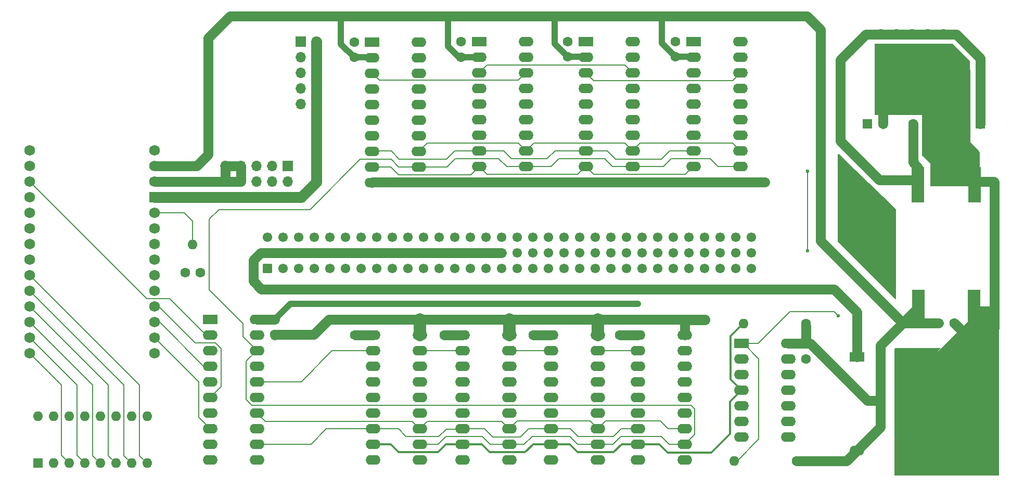
<source format=gbr>
%TF.GenerationSoftware,KiCad,Pcbnew,8.0.8*%
%TF.CreationDate,2025-04-22T20:57:00-07:00*%
%TF.ProjectId,logic,6c6f6769-632e-46b6-9963-61645f706362,rev?*%
%TF.SameCoordinates,Original*%
%TF.FileFunction,Copper,L1,Top*%
%TF.FilePolarity,Positive*%
%FSLAX46Y46*%
G04 Gerber Fmt 4.6, Leading zero omitted, Abs format (unit mm)*
G04 Created by KiCad (PCBNEW 8.0.8) date 2025-04-22 20:57:00*
%MOMM*%
%LPD*%
G01*
G04 APERTURE LIST*
G04 Aperture macros list*
%AMRoundRect*
0 Rectangle with rounded corners*
0 $1 Rounding radius*
0 $2 $3 $4 $5 $6 $7 $8 $9 X,Y pos of 4 corners*
0 Add a 4 corners polygon primitive as box body*
4,1,4,$2,$3,$4,$5,$6,$7,$8,$9,$2,$3,0*
0 Add four circle primitives for the rounded corners*
1,1,$1+$1,$2,$3*
1,1,$1+$1,$4,$5*
1,1,$1+$1,$6,$7*
1,1,$1+$1,$8,$9*
0 Add four rect primitives between the rounded corners*
20,1,$1+$1,$2,$3,$4,$5,0*
20,1,$1+$1,$4,$5,$6,$7,0*
20,1,$1+$1,$6,$7,$8,$9,0*
20,1,$1+$1,$8,$9,$2,$3,0*%
G04 Aperture macros list end*
%TA.AperFunction,ComponentPad*%
%ADD10C,1.600000*%
%TD*%
%TA.AperFunction,ComponentPad*%
%ADD11R,2.400000X1.600000*%
%TD*%
%TA.AperFunction,ComponentPad*%
%ADD12O,2.400000X1.600000*%
%TD*%
%TA.AperFunction,ComponentPad*%
%ADD13R,1.700000X1.700000*%
%TD*%
%TA.AperFunction,ComponentPad*%
%ADD14O,1.700000X1.700000*%
%TD*%
%TA.AperFunction,SMDPad,CuDef*%
%ADD15R,2.000000X5.800000*%
%TD*%
%TA.AperFunction,ComponentPad*%
%ADD16C,1.727200*%
%TD*%
%TA.AperFunction,ComponentPad*%
%ADD17R,1.727200X1.727200*%
%TD*%
%TA.AperFunction,ComponentPad*%
%ADD18O,1.600000X1.600000*%
%TD*%
%TA.AperFunction,ComponentPad*%
%ADD19RoundRect,0.249999X0.525001X-0.525001X0.525001X0.525001X-0.525001X0.525001X-0.525001X-0.525001X0*%
%TD*%
%TA.AperFunction,ComponentPad*%
%ADD20C,1.550000*%
%TD*%
%TA.AperFunction,ComponentPad*%
%ADD21R,1.600000X1.600000*%
%TD*%
%TA.AperFunction,ViaPad*%
%ADD22C,0.500000*%
%TD*%
%TA.AperFunction,ViaPad*%
%ADD23C,0.600000*%
%TD*%
%TA.AperFunction,Conductor*%
%ADD24C,2.000000*%
%TD*%
%TA.AperFunction,Conductor*%
%ADD25C,1.600000*%
%TD*%
%TA.AperFunction,Conductor*%
%ADD26C,1.800000*%
%TD*%
%TA.AperFunction,Conductor*%
%ADD27C,0.200000*%
%TD*%
%TA.AperFunction,Conductor*%
%ADD28C,0.300000*%
%TD*%
%TA.AperFunction,Conductor*%
%ADD29C,1.000000*%
%TD*%
G04 APERTURE END LIST*
D10*
%TO.P,C14,1*%
%TO.N,V5.0*%
X169100000Y-103815000D03*
%TO.P,C14,2*%
%TO.N,GND*%
X169100000Y-101315000D03*
%TD*%
%TO.P,C8,1*%
%TO.N,V5.0*%
X143228889Y-58600000D03*
%TO.P,C8,2*%
%TO.N,GND*%
X143228889Y-56100000D03*
%TD*%
D11*
%TO.P,U3,1,PGND*%
%TO.N,GND*%
X143470000Y-101350000D03*
D12*
%TO.P,U3,2,VCC*%
%TO.N,V5.0*%
X143470000Y-103890000D03*
%TO.P,U3,3,SER_IN*%
%TO.N,/Sin3*%
X143470000Y-106430000D03*
%TO.P,U3,4,DRAIN0*%
%TO.N,/B3-0*%
X143470000Y-108970000D03*
%TO.P,U3,5,DRAIN1*%
%TO.N,/B3-1*%
X143470000Y-111510000D03*
%TO.P,U3,6,DRAIN2*%
%TO.N,/B3-2*%
X143470000Y-114050000D03*
%TO.P,U3,7,DRAIN3*%
%TO.N,/B3-3*%
X143470000Y-116590000D03*
%TO.P,U3,8,~{SRCLR}*%
%TO.N,/~{SRCLR}*%
X143470000Y-119130000D03*
%TO.P,U3,9,~{G}*%
%TO.N,POR*%
X143470000Y-121670000D03*
%TO.P,U3,10,PGND*%
%TO.N,GND*%
X143470000Y-124210000D03*
%TO.P,U3,11,PGND*%
X151090000Y-124210000D03*
%TO.P,U3,12,RCLK*%
%TO.N,/RCLK*%
X151090000Y-121670000D03*
%TO.P,U3,13,SRCK*%
%TO.N,/SRCK*%
X151090000Y-119130000D03*
%TO.P,U3,14,DRAIN4*%
%TO.N,/B3-4*%
X151090000Y-116590000D03*
%TO.P,U3,15,DRAIN5*%
%TO.N,/B3-5*%
X151090000Y-114050000D03*
%TO.P,U3,16,DRAIN6*%
%TO.N,/B3-6*%
X151090000Y-111510000D03*
%TO.P,U3,17,DRAIN7*%
%TO.N,/B3-7*%
X151090000Y-108970000D03*
%TO.P,U3,18,SER_OUT*%
%TO.N,/Sin2*%
X151090000Y-106430000D03*
%TO.P,U3,19,LGND*%
%TO.N,GND*%
X151090000Y-103890000D03*
%TO.P,U3,20,PGND*%
X151090000Y-101350000D03*
%TD*%
D13*
%TO.P,J3,1,Pin_1*%
%TO.N,Net-(J3-Pin_1)*%
X115060000Y-76310000D03*
D14*
%TO.P,J3,2,Pin_2*%
%TO.N,Net-(J3-Pin_2)*%
X115060000Y-78850000D03*
%TO.P,J3,3,Pin_3*%
%TO.N,Net-(J3-Pin_3)*%
X112520000Y-76310000D03*
%TO.P,J3,4,Pin_4*%
%TO.N,Net-(J3-Pin_4)*%
X112520000Y-78850000D03*
%TO.P,J3,5,Pin_5*%
%TO.N,Net-(J3-Pin_5)*%
X109980000Y-76310000D03*
%TO.P,J3,6,Pin_6*%
%TO.N,Net-(J3-Pin_6)*%
X109980000Y-78850000D03*
%TO.P,J3,7,Pin_7*%
%TO.N,V3.3*%
X107440000Y-76310000D03*
%TO.P,J3,8,Pin_8*%
X107440000Y-78850000D03*
%TO.P,J3,9,Pin_9*%
X104900000Y-76310000D03*
%TO.P,J3,10,Pin_10*%
X104900000Y-78850000D03*
%TD*%
D10*
%TO.P,C2,1*%
%TO.N,Net-(J4-Pin_10)*%
X216777349Y-69510000D03*
%TO.P,C2,2*%
%TO.N,GND*%
X219277349Y-69510000D03*
%TD*%
D13*
%TO.P,J2,1,Pin_1*%
%TO.N,Net-(J2-Pin_1)*%
X117140000Y-56140000D03*
D14*
%TO.P,J2,2,Pin_2*%
%TO.N,GND*%
X119680000Y-56140000D03*
%TO.P,J2,3,Pin_3*%
%TO.N,Net-(J2-Pin_3)*%
X117140000Y-58680000D03*
%TO.P,J2,4,Pin_4*%
%TO.N,GND*%
X119680000Y-58680000D03*
%TO.P,J2,5,Pin_5*%
%TO.N,Net-(J2-Pin_5)*%
X117140000Y-61220000D03*
%TO.P,J2,6,Pin_6*%
%TO.N,GND*%
X119680000Y-61220000D03*
%TO.P,J2,7,Pin_7*%
%TO.N,Net-(J2-Pin_7)*%
X117140000Y-63760000D03*
%TO.P,J2,8,Pin_8*%
%TO.N,GND*%
X119680000Y-63760000D03*
%TO.P,J2,9,Pin_9*%
%TO.N,Net-(J2-Pin_9)*%
X117140000Y-66300000D03*
%TO.P,J2,10,Pin_10*%
%TO.N,GND*%
X119680000Y-66300000D03*
%TD*%
D15*
%TO.P,U10,1,IN+*%
%TO.N,Net-(J4-Pin_10)*%
X217620001Y-79380000D03*
%TO.P,U10,2,5v*%
%TO.N,V5.0*%
X217654500Y-99380000D03*
%TO.P,U10,3,GND*%
%TO.N,GND*%
X226745500Y-99380000D03*
%TO.P,U10,4,IN-*%
X226815497Y-79380000D03*
%TD*%
D10*
%TO.P,C7,1*%
%TO.N,V5.0*%
X125855000Y-58645000D03*
%TO.P,C7,2*%
%TO.N,GND*%
X125855000Y-56145000D03*
%TD*%
D16*
%TO.P,A1,3V3,3.3V*%
%TO.N,V3.3*%
X93380000Y-78880000D03*
%TO.P,A1,5V,5V*%
%TO.N,unconnected-(A1-Pad5V)*%
X93380000Y-73800000D03*
%TO.P,A1,A0,A0/DAC*%
%TO.N,unconnected-(A1-A0{slash}DAC-PadA0)*%
X73060000Y-76340000D03*
%TO.P,A1,A1,A1*%
%TO.N,/~{SRCLR3.3}*%
X73060000Y-78880000D03*
%TO.P,A1,A2,A2*%
%TO.N,Net-(J2-Pin_1)*%
X73060000Y-81420000D03*
%TO.P,A1,A3,A3*%
%TO.N,Net-(J2-Pin_3)*%
X73060000Y-83960000D03*
%TO.P,A1,A4,A4*%
%TO.N,Net-(J2-Pin_5)*%
X73060000Y-86500000D03*
%TO.P,A1,A5,A5*%
%TO.N,Net-(J2-Pin_7)*%
X73060000Y-89040000D03*
%TO.P,A1,A6,A6*%
%TO.N,Net-(J2-Pin_9)*%
X73060000Y-91580000D03*
%TO.P,A1,AREF,AREF*%
%TO.N,unconnected-(A1-PadAREF)*%
X73060000Y-73800000D03*
%TO.P,A1,D0,D0*%
%TO.N,Net-(RN1-R8.1)*%
X73060000Y-94120000D03*
%TO.P,A1,D1,D1*%
%TO.N,Net-(RN1-R7.1)*%
X73060000Y-96660000D03*
%TO.P,A1,D2,D2*%
%TO.N,Net-(RN1-R6.1)*%
X73060000Y-99200000D03*
%TO.P,A1,D3,D3*%
%TO.N,Net-(RN1-R5.1)*%
X73060000Y-101740000D03*
%TO.P,A1,D4,D4*%
%TO.N,Net-(RN1-R4.1)*%
X73060000Y-104280000D03*
%TO.P,A1,D5,D5*%
%TO.N,Net-(RN1-R3.1)*%
X73060000Y-106820000D03*
%TO.P,A1,D6,D6*%
%TO.N,unconnected-(A1-PadD6)*%
X93380000Y-106820000D03*
%TO.P,A1,D7,D7*%
%TO.N,Net-(U9-I3a)*%
X93380000Y-104280000D03*
%TO.P,A1,D8,D8_MOSI*%
%TO.N,Net-(A1-D8_MOSI)*%
X93380000Y-101740000D03*
%TO.P,A1,D9,D9_SCK*%
%TO.N,Net-(A1-D9_SCK)*%
X93380000Y-99200000D03*
%TO.P,A1,D10,D10_MISO*%
%TO.N,unconnected-(A1-D10_MISO-PadD10)*%
X93380000Y-96660000D03*
%TO.P,A1,D11,D11/SDA*%
%TO.N,unconnected-(A1-D11{slash}SDA-PadD11)*%
X93380000Y-94120000D03*
%TO.P,A1,D12,D12/SCL*%
%TO.N,unconnected-(A1-D12{slash}SCL-PadD12)*%
X93380000Y-91580000D03*
%TO.P,A1,D13,D13/RX*%
%TO.N,unconnected-(A1-D13{slash}RX-PadD13)*%
X93380000Y-89040000D03*
%TO.P,A1,D14,D14/TX*%
%TO.N,unconnected-(A1-D14{slash}TX-PadD14)*%
X93380000Y-86500000D03*
D17*
%TO.P,A1,GND,GND*%
%TO.N,GND*%
X93380000Y-81420000D03*
D16*
%TO.P,A1,RST,RESET*%
%TO.N,Net-(A1-RESET)*%
X93380000Y-83960000D03*
%TO.P,A1,VIN,VIN*%
%TO.N,V5.0*%
X93380000Y-76340000D03*
%TD*%
D10*
%TO.P,C15,1*%
%TO.N,V5.0*%
X199380000Y-105225000D03*
%TO.P,C15,2*%
%TO.N,GND*%
X199380000Y-107725000D03*
%TD*%
D11*
%TO.P,U4,1,PGND*%
%TO.N,GND*%
X128910000Y-101350000D03*
D12*
%TO.P,U4,2,VCC*%
%TO.N,V5.0*%
X128910000Y-103890000D03*
%TO.P,U4,3,SER_IN*%
%TO.N,/Sin4*%
X128910000Y-106430000D03*
%TO.P,U4,4,DRAIN0*%
%TO.N,/B4-0*%
X128910000Y-108970000D03*
%TO.P,U4,5,DRAIN1*%
%TO.N,/B4-1*%
X128910000Y-111510000D03*
%TO.P,U4,6,DRAIN2*%
%TO.N,/B4-2*%
X128910000Y-114050000D03*
%TO.P,U4,7,DRAIN3*%
%TO.N,/B4-3*%
X128910000Y-116590000D03*
%TO.P,U4,8,~{SRCLR}*%
%TO.N,/~{SRCLR}*%
X128910000Y-119130000D03*
%TO.P,U4,9,~{G}*%
%TO.N,POR*%
X128910000Y-121670000D03*
%TO.P,U4,10,PGND*%
%TO.N,GND*%
X128910000Y-124210000D03*
%TO.P,U4,11,PGND*%
X136530000Y-124210000D03*
%TO.P,U4,12,RCLK*%
%TO.N,/RCLK*%
X136530000Y-121670000D03*
%TO.P,U4,13,SRCK*%
%TO.N,/SRCK*%
X136530000Y-119130000D03*
%TO.P,U4,14,DRAIN4*%
%TO.N,/B4-4*%
X136530000Y-116590000D03*
%TO.P,U4,15,DRAIN5*%
%TO.N,/B4-5*%
X136530000Y-114050000D03*
%TO.P,U4,16,DRAIN6*%
%TO.N,/B4-6*%
X136530000Y-111510000D03*
%TO.P,U4,17,DRAIN7*%
%TO.N,/B4-7*%
X136530000Y-108970000D03*
%TO.P,U4,18,SER_OUT*%
%TO.N,/Sin3*%
X136530000Y-106430000D03*
%TO.P,U4,19,LGND*%
%TO.N,GND*%
X136530000Y-103890000D03*
%TO.P,U4,20,PGND*%
X136530000Y-101350000D03*
%TD*%
D10*
%TO.P,R3,1*%
%TO.N,V3.3*%
X99580000Y-78920000D03*
D18*
%TO.P,R3,2*%
%TO.N,Net-(A1-RESET)*%
X99580000Y-89080000D03*
%TD*%
D10*
%TO.P,R2,1*%
%TO.N,V5.0*%
X197810000Y-124310000D03*
D18*
%TO.P,R2,2*%
%TO.N,Net-(C4-Pad1)*%
X187650000Y-124310000D03*
%TD*%
D10*
%TO.P,C13,1*%
%TO.N,V5.0*%
X154970000Y-103820000D03*
%TO.P,C13,2*%
%TO.N,GND*%
X154970000Y-101320000D03*
%TD*%
D11*
%TO.P,U14,1*%
%TO.N,Net-(C4-Pad1)*%
X188850000Y-105225000D03*
D12*
%TO.P,U14,2*%
%TO.N,Net-(U14-Pad13)*%
X188850000Y-107765000D03*
%TO.P,U14,3*%
%TO.N,Net-(U14-Pad12)*%
X188850000Y-110305000D03*
%TO.P,U14,4*%
%TO.N,POR*%
X188850000Y-112845000D03*
%TO.P,U14,5*%
%TO.N,GND*%
X188850000Y-115385000D03*
%TO.P,U14,6*%
%TO.N,unconnected-(U14-Pad6)*%
X188850000Y-117925000D03*
%TO.P,U14,7,GND*%
%TO.N,GND*%
X188850000Y-120465000D03*
%TO.P,U14,8*%
%TO.N,unconnected-(U14-Pad8)*%
X196470000Y-120465000D03*
%TO.P,U14,9*%
%TO.N,GND*%
X196470000Y-117925000D03*
%TO.P,U14,10*%
%TO.N,unconnected-(U14-Pad10)*%
X196470000Y-115385000D03*
%TO.P,U14,11*%
%TO.N,GND*%
X196470000Y-112845000D03*
%TO.P,U14,12*%
%TO.N,Net-(U14-Pad12)*%
X196470000Y-110305000D03*
%TO.P,U14,13*%
%TO.N,Net-(U14-Pad13)*%
X196470000Y-107765000D03*
%TO.P,U14,14,VCC*%
%TO.N,V5.0*%
X196470000Y-105225000D03*
%TD*%
D10*
%TO.P,C5,1*%
%TO.N,V5.0*%
X100850000Y-93660000D03*
%TO.P,C5,2*%
%TO.N,GND*%
X98350000Y-93660000D03*
%TD*%
D11*
%TO.P,S1,1,HV_OUT*%
%TO.N,V170*%
X207709948Y-107380000D03*
D12*
%TO.P,S1,2,LV_IN*%
%TO.N,V5.0*%
X207709948Y-122620000D03*
%TO.P,S1,3,LGND*%
%TO.N,GND*%
X215329948Y-122620000D03*
%TO.P,S1,4,PGND*%
X215329948Y-107380000D03*
%TD*%
D10*
%TO.P,C6,1*%
%TO.N,V5.0*%
X112960000Y-101290000D03*
%TO.P,C6,2*%
%TO.N,GND*%
X112960000Y-103790000D03*
%TD*%
D11*
%TO.P,U1,1,PGND*%
%TO.N,GND*%
X172040000Y-101315000D03*
D12*
%TO.P,U1,2,VCC*%
%TO.N,V5.0*%
X172040000Y-103855000D03*
%TO.P,U1,3,SER_IN*%
%TO.N,/Sin1*%
X172040000Y-106395000D03*
%TO.P,U1,4,DRAIN0*%
%TO.N,/B1-0*%
X172040000Y-108935000D03*
%TO.P,U1,5,DRAIN1*%
%TO.N,/B1-1*%
X172040000Y-111475000D03*
%TO.P,U1,6,DRAIN2*%
%TO.N,/B1-2*%
X172040000Y-114015000D03*
%TO.P,U1,7,DRAIN3*%
%TO.N,/B1-3*%
X172040000Y-116555000D03*
%TO.P,U1,8,~{SRCLR}*%
%TO.N,/~{SRCLR}*%
X172040000Y-119095000D03*
%TO.P,U1,9,~{G}*%
%TO.N,POR*%
X172040000Y-121635000D03*
%TO.P,U1,10,PGND*%
%TO.N,GND*%
X172040000Y-124175000D03*
%TO.P,U1,11,PGND*%
X179660000Y-124175000D03*
%TO.P,U1,12,RCLK*%
%TO.N,/RCLK*%
X179660000Y-121635000D03*
%TO.P,U1,13,SRCK*%
%TO.N,/SRCK*%
X179660000Y-119095000D03*
%TO.P,U1,14,DRAIN4*%
%TO.N,/B1-4*%
X179660000Y-116555000D03*
%TO.P,U1,15,DRAIN5*%
%TO.N,/B1-5*%
X179660000Y-114015000D03*
%TO.P,U1,16,DRAIN6*%
%TO.N,/B1-6*%
X179660000Y-111475000D03*
%TO.P,U1,17,DRAIN7*%
%TO.N,/B1-7*%
X179660000Y-108935000D03*
%TO.P,U1,18,SER_OUT*%
%TO.N,/Sin8*%
X179660000Y-106395000D03*
%TO.P,U1,19,LGND*%
%TO.N,GND*%
X179660000Y-103855000D03*
%TO.P,U1,20,PGND*%
X179660000Y-101315000D03*
%TD*%
D19*
%TO.P,J1,a1,Pin_a1*%
%TO.N,/B4-0*%
X111740000Y-93000000D03*
D20*
%TO.P,J1,a2,Pin_a2*%
%TO.N,/B4-1*%
X114280000Y-93000000D03*
%TO.P,J1,a3,Pin_a3*%
%TO.N,/B4-2*%
X116820000Y-93000000D03*
%TO.P,J1,a4,Pin_a4*%
%TO.N,/B4-3*%
X119360000Y-93000000D03*
%TO.P,J1,a5,Pin_a5*%
%TO.N,/B4-4*%
X121900000Y-93000000D03*
%TO.P,J1,a6,Pin_a6*%
%TO.N,/B4-5*%
X124440000Y-93000000D03*
%TO.P,J1,a7,Pin_a7*%
%TO.N,/B4-6*%
X126980000Y-93000000D03*
%TO.P,J1,a8,Pin_a8*%
%TO.N,/B4-7*%
X129520000Y-93000000D03*
%TO.P,J1,a9,Pin_a9*%
%TO.N,/B3-0*%
X132060000Y-93000000D03*
%TO.P,J1,a10,Pin_a10*%
%TO.N,/B3-1*%
X134600000Y-93000000D03*
%TO.P,J1,a11,Pin_a11*%
%TO.N,/B3-2*%
X137140000Y-93000000D03*
%TO.P,J1,a12,Pin_a12*%
%TO.N,/B3-3*%
X139680000Y-93000000D03*
%TO.P,J1,a13,Pin_a13*%
%TO.N,/B3-4*%
X142220000Y-93000000D03*
%TO.P,J1,a14,Pin_a14*%
%TO.N,/B3-5*%
X144760000Y-93000000D03*
%TO.P,J1,a15,Pin_a15*%
%TO.N,/B3-6*%
X147300000Y-93000000D03*
%TO.P,J1,a16,Pin_a16*%
%TO.N,/B3-7*%
X149840000Y-93000000D03*
%TO.P,J1,a17,Pin_a17*%
%TO.N,/B2-0*%
X152380000Y-93000000D03*
%TO.P,J1,a18,Pin_a18*%
%TO.N,/B2-1*%
X154920000Y-93000000D03*
%TO.P,J1,a19,Pin_a19*%
%TO.N,/B2-2*%
X157460000Y-93000000D03*
%TO.P,J1,a20,Pin_a20*%
%TO.N,/B2-3*%
X160000000Y-93000000D03*
%TO.P,J1,a21,Pin_a21*%
%TO.N,/B2-4*%
X162540000Y-93000000D03*
%TO.P,J1,a22,Pin_a22*%
%TO.N,/B2-5*%
X165080000Y-93000000D03*
%TO.P,J1,a23,Pin_a23*%
%TO.N,/B2-6*%
X167620000Y-93000000D03*
%TO.P,J1,a24,Pin_a24*%
%TO.N,/B2-7*%
X170160000Y-93000000D03*
%TO.P,J1,a25,Pin_a25*%
%TO.N,/B1-0*%
X172700000Y-93000000D03*
%TO.P,J1,a26,Pin_a26*%
%TO.N,/B1-1*%
X175240000Y-93000000D03*
%TO.P,J1,a27,Pin_a27*%
%TO.N,/B1-2*%
X177780000Y-93000000D03*
%TO.P,J1,a28,Pin_a28*%
%TO.N,/B1-3*%
X180320000Y-93000000D03*
%TO.P,J1,a29,Pin_a29*%
%TO.N,/B1-4*%
X182860000Y-93000000D03*
%TO.P,J1,a30,Pin_a30*%
%TO.N,/B1-5*%
X185400000Y-93000000D03*
%TO.P,J1,a31,Pin_a31*%
%TO.N,/B1-6*%
X187940000Y-93000000D03*
%TO.P,J1,a32,Pin_a32*%
%TO.N,/B1-7*%
X190480000Y-93000000D03*
%TO.P,J1,b1,Pin_b1*%
%TO.N,V170*%
X111740000Y-90460000D03*
%TO.P,J1,b2,Pin_b2*%
X114280000Y-90460000D03*
%TO.P,J1,b3,Pin_b3*%
X116820000Y-90460000D03*
%TO.P,J1,b4,Pin_b4*%
X119360000Y-90460000D03*
%TO.P,J1,b5,Pin_b5*%
X121900000Y-90460000D03*
%TO.P,J1,b6,Pin_b6*%
X124440000Y-90460000D03*
%TO.P,J1,b7,Pin_b7*%
X126980000Y-90460000D03*
%TO.P,J1,b8,Pin_b8*%
X129520000Y-90460000D03*
%TO.P,J1,b9,Pin_b9*%
X132060000Y-90460000D03*
%TO.P,J1,b10,Pin_b10*%
X134600000Y-90460000D03*
%TO.P,J1,b11,Pin_b11*%
X137140000Y-90460000D03*
%TO.P,J1,b12,Pin_b12*%
X139680000Y-90460000D03*
%TO.P,J1,b13,Pin_b13*%
X142220000Y-90460000D03*
%TO.P,J1,b14,Pin_b14*%
X144760000Y-90460000D03*
%TO.P,J1,b15,Pin_b15*%
X147300000Y-90460000D03*
%TO.P,J1,b16,Pin_b16*%
X149840000Y-90460000D03*
%TO.P,J1,b17,Pin_b17*%
%TO.N,GND*%
X152380000Y-90460000D03*
%TO.P,J1,b18,Pin_b18*%
X154920000Y-90460000D03*
%TO.P,J1,b19,Pin_b19*%
X157460000Y-90460000D03*
%TO.P,J1,b20,Pin_b20*%
X160000000Y-90460000D03*
%TO.P,J1,b21,Pin_b21*%
X162540000Y-90460000D03*
%TO.P,J1,b22,Pin_b22*%
X165080000Y-90460000D03*
%TO.P,J1,b23,Pin_b23*%
X167620000Y-90460000D03*
%TO.P,J1,b24,Pin_b24*%
X170160000Y-90460000D03*
%TO.P,J1,b25,Pin_b25*%
X172700000Y-90460000D03*
%TO.P,J1,b26,Pin_b26*%
X175240000Y-90460000D03*
%TO.P,J1,b27,Pin_b27*%
X177780000Y-90460000D03*
%TO.P,J1,b28,Pin_b28*%
X180320000Y-90460000D03*
%TO.P,J1,b29,Pin_b29*%
X182860000Y-90460000D03*
%TO.P,J1,b30,Pin_b30*%
X185400000Y-90460000D03*
%TO.P,J1,b31,Pin_b31*%
X187940000Y-90460000D03*
%TO.P,J1,b32,Pin_b32*%
X190480000Y-90460000D03*
%TO.P,J1,c1,Pin_c1*%
%TO.N,/B5-0*%
X111740000Y-87920000D03*
%TO.P,J1,c2,Pin_c2*%
%TO.N,/B5-1*%
X114280000Y-87920000D03*
%TO.P,J1,c3,Pin_c3*%
%TO.N,/B5-2*%
X116820000Y-87920000D03*
%TO.P,J1,c4,Pin_c4*%
%TO.N,/B5-3*%
X119360000Y-87920000D03*
%TO.P,J1,c5,Pin_c5*%
%TO.N,/B5-4*%
X121900000Y-87920000D03*
%TO.P,J1,c6,Pin_c6*%
%TO.N,/B5-5*%
X124440000Y-87920000D03*
%TO.P,J1,c7,Pin_c7*%
%TO.N,/B5-6*%
X126980000Y-87920000D03*
%TO.P,J1,c8,Pin_c8*%
%TO.N,/B5-7*%
X129520000Y-87920000D03*
%TO.P,J1,c9,Pin_c9*%
%TO.N,/B6-0*%
X132060000Y-87920000D03*
%TO.P,J1,c10,Pin_c10*%
%TO.N,/B6-1*%
X134600000Y-87920000D03*
%TO.P,J1,c11,Pin_c11*%
%TO.N,/B6-2*%
X137140000Y-87920000D03*
%TO.P,J1,c12,Pin_c12*%
%TO.N,/B6-3*%
X139680000Y-87920000D03*
%TO.P,J1,c13,Pin_c13*%
%TO.N,/B6-4*%
X142220000Y-87920000D03*
%TO.P,J1,c14,Pin_c14*%
%TO.N,/B6-5*%
X144760000Y-87920000D03*
%TO.P,J1,c15,Pin_c15*%
%TO.N,/B6-6*%
X147300000Y-87920000D03*
%TO.P,J1,c16,Pin_c16*%
%TO.N,/B6-7*%
X149840000Y-87920000D03*
%TO.P,J1,c17,Pin_c17*%
%TO.N,/B7-0*%
X152380000Y-87920000D03*
%TO.P,J1,c18,Pin_c18*%
%TO.N,/B7-1*%
X154920000Y-87920000D03*
%TO.P,J1,c19,Pin_c19*%
%TO.N,/B7-2*%
X157460000Y-87920000D03*
%TO.P,J1,c20,Pin_c20*%
%TO.N,/B7-3*%
X160000000Y-87920000D03*
%TO.P,J1,c21,Pin_c21*%
%TO.N,/B7-4*%
X162540000Y-87920000D03*
%TO.P,J1,c22,Pin_c22*%
%TO.N,/B7-5*%
X165080000Y-87920000D03*
%TO.P,J1,c23,Pin_c23*%
%TO.N,/B7-6*%
X167620000Y-87920000D03*
%TO.P,J1,c24,Pin_c24*%
%TO.N,/B7-7*%
X170160000Y-87920000D03*
%TO.P,J1,c25,Pin_c25*%
%TO.N,/B8-0*%
X172700000Y-87920000D03*
%TO.P,J1,c26,Pin_c26*%
%TO.N,/B8-1*%
X175240000Y-87920000D03*
%TO.P,J1,c27,Pin_c27*%
%TO.N,/B8-2*%
X177780000Y-87920000D03*
%TO.P,J1,c28,Pin_c28*%
%TO.N,/B8-3*%
X180320000Y-87920000D03*
%TO.P,J1,c29,Pin_c29*%
%TO.N,/B8-4*%
X182860000Y-87920000D03*
%TO.P,J1,c30,Pin_c30*%
%TO.N,/B8-5*%
X185400000Y-87920000D03*
%TO.P,J1,c31,Pin_c31*%
%TO.N,/B8-6*%
X187940000Y-87920000D03*
%TO.P,J1,c32,Pin_c32*%
%TO.N,/B8-7*%
X190480000Y-87920000D03*
%TD*%
D11*
%TO.P,U9,1,OEa*%
%TO.N,GND*%
X102410000Y-101290000D03*
D12*
%TO.P,U9,2,I0a*%
%TO.N,/~{SRCLR3.3}*%
X102410000Y-103830000D03*
%TO.P,U9,3,O3b*%
%TO.N,unconnected-(U9-O3b-Pad3)*%
X102410000Y-106370000D03*
%TO.P,U9,4,I1a*%
%TO.N,Net-(A1-D8_MOSI)*%
X102410000Y-108910000D03*
%TO.P,U9,5,O2b*%
%TO.N,unconnected-(U9-O2b-Pad5)*%
X102410000Y-111450000D03*
%TO.P,U9,6,I2a*%
%TO.N,Net-(A1-D9_SCK)*%
X102410000Y-113990000D03*
%TO.P,U9,7,O1b*%
%TO.N,unconnected-(U9-O1b-Pad7)*%
X102410000Y-116530000D03*
%TO.P,U9,8,I3a*%
%TO.N,Net-(U9-I3a)*%
X102410000Y-119070000D03*
%TO.P,U9,9,O0b*%
%TO.N,unconnected-(U9-O0b-Pad9)*%
X102410000Y-121610000D03*
%TO.P,U9,10,GND*%
%TO.N,GND*%
X102410000Y-124150000D03*
%TO.P,U9,11,I0b*%
X110030000Y-124150000D03*
%TO.P,U9,12,O3a*%
%TO.N,/~{SRCLR}*%
X110030000Y-121610000D03*
%TO.P,U9,13,I1b*%
%TO.N,GND*%
X110030000Y-119070000D03*
%TO.P,U9,14,O2a*%
%TO.N,/SRCK*%
X110030000Y-116530000D03*
%TO.P,U9,15,I2b*%
%TO.N,GND*%
X110030000Y-113990000D03*
%TO.P,U9,16,O1a*%
%TO.N,/Sin4*%
X110030000Y-111450000D03*
%TO.P,U9,17,I3b*%
%TO.N,GND*%
X110030000Y-108910000D03*
%TO.P,U9,18,O0a*%
%TO.N,/RCLK*%
X110030000Y-106370000D03*
%TO.P,U9,19,OEb*%
%TO.N,GND*%
X110030000Y-103830000D03*
%TO.P,U9,20,VCC*%
%TO.N,V5.0*%
X110030000Y-101290000D03*
%TD*%
D11*
%TO.P,U6,1,PGND*%
%TO.N,GND*%
X146168889Y-56090000D03*
D12*
%TO.P,U6,2,VCC*%
%TO.N,V5.0*%
X146168889Y-58630000D03*
%TO.P,U6,3,SER_IN*%
%TO.N,/Sin6*%
X146168889Y-61170000D03*
%TO.P,U6,4,DRAIN0*%
%TO.N,/B6-3*%
X146168889Y-63710000D03*
%TO.P,U6,5,DRAIN1*%
%TO.N,/B6-2*%
X146168889Y-66250000D03*
%TO.P,U6,6,DRAIN2*%
%TO.N,/B6-1*%
X146168889Y-68790000D03*
%TO.P,U6,7,DRAIN3*%
%TO.N,/B6-0*%
X146168889Y-71330000D03*
%TO.P,U6,8,~{SRCLR}*%
%TO.N,/~{SRCLR}*%
X146168889Y-73870000D03*
%TO.P,U6,9,~{G}*%
%TO.N,POR*%
X146168889Y-76410000D03*
%TO.P,U6,10,PGND*%
%TO.N,GND*%
X146168889Y-78950000D03*
%TO.P,U6,11,PGND*%
X153788889Y-78950000D03*
%TO.P,U6,12,RCLK*%
%TO.N,/RCLK*%
X153788889Y-76410000D03*
%TO.P,U6,13,SRCK*%
%TO.N,/SRCK*%
X153788889Y-73870000D03*
%TO.P,U6,14,DRAIN4*%
%TO.N,/B6-7*%
X153788889Y-71330000D03*
%TO.P,U6,15,DRAIN5*%
%TO.N,/B6-6*%
X153788889Y-68790000D03*
%TO.P,U6,16,DRAIN6*%
%TO.N,/B6-5*%
X153788889Y-66250000D03*
%TO.P,U6,17,DRAIN7*%
%TO.N,/B6-4*%
X153788889Y-63710000D03*
%TO.P,U6,18,SER_OUT*%
%TO.N,/Sin5*%
X153788889Y-61170000D03*
%TO.P,U6,19,LGND*%
%TO.N,GND*%
X153788889Y-58630000D03*
%TO.P,U6,20,PGND*%
X153788889Y-56090000D03*
%TD*%
D13*
%TO.P,J4,1,Pin_1*%
%TO.N,GND*%
X211550000Y-57450000D03*
D14*
%TO.P,J4,2,Pin_2*%
%TO.N,Net-(J4-Pin_10)*%
X211550000Y-54910000D03*
%TO.P,J4,3,Pin_3*%
%TO.N,GND*%
X214090000Y-57450000D03*
%TO.P,J4,4,Pin_4*%
%TO.N,Net-(J4-Pin_10)*%
X214090000Y-54910000D03*
%TO.P,J4,5,Pin_5*%
%TO.N,GND*%
X216630000Y-57450000D03*
%TO.P,J4,6,Pin_6*%
%TO.N,Net-(J4-Pin_10)*%
X216630000Y-54910000D03*
%TO.P,J4,7,Pin_7*%
%TO.N,GND*%
X219170000Y-57450000D03*
%TO.P,J4,8,Pin_8*%
%TO.N,Net-(J4-Pin_10)*%
X219170000Y-54910000D03*
%TO.P,J4,9,Pin_9*%
%TO.N,GND*%
X221710000Y-57450000D03*
%TO.P,J4,10,Pin_10*%
%TO.N,Net-(J4-Pin_10)*%
X221710000Y-54910000D03*
%TD*%
D11*
%TO.P,U5,1,PGND*%
%TO.N,GND*%
X128785000Y-56145000D03*
D12*
%TO.P,U5,2,VCC*%
%TO.N,V5.0*%
X128785000Y-58685000D03*
%TO.P,U5,3,SER_IN*%
%TO.N,/Sin5*%
X128785000Y-61225000D03*
%TO.P,U5,4,DRAIN0*%
%TO.N,/B5-3*%
X128785000Y-63765000D03*
%TO.P,U5,5,DRAIN1*%
%TO.N,/B5-2*%
X128785000Y-66305000D03*
%TO.P,U5,6,DRAIN2*%
%TO.N,/B5-1*%
X128785000Y-68845000D03*
%TO.P,U5,7,DRAIN3*%
%TO.N,/B5-0*%
X128785000Y-71385000D03*
%TO.P,U5,8,~{SRCLR}*%
%TO.N,/~{SRCLR}*%
X128785000Y-73925000D03*
%TO.P,U5,9,~{G}*%
%TO.N,POR*%
X128785000Y-76465000D03*
%TO.P,U5,10,PGND*%
%TO.N,GND*%
X128785000Y-79005000D03*
%TO.P,U5,11,PGND*%
X136405000Y-79005000D03*
%TO.P,U5,12,RCLK*%
%TO.N,/RCLK*%
X136405000Y-76465000D03*
%TO.P,U5,13,SRCK*%
%TO.N,/SRCK*%
X136405000Y-73925000D03*
%TO.P,U5,14,DRAIN4*%
%TO.N,/B5-7*%
X136405000Y-71385000D03*
%TO.P,U5,15,DRAIN5*%
%TO.N,/B5-6*%
X136405000Y-68845000D03*
%TO.P,U5,16,DRAIN6*%
%TO.N,/B5-5*%
X136405000Y-66305000D03*
%TO.P,U5,17,DRAIN7*%
%TO.N,/B5-4*%
X136405000Y-63765000D03*
%TO.P,U5,18,SER_OUT*%
%TO.N,unconnected-(U5-SER_OUT-Pad18)*%
X136405000Y-61225000D03*
%TO.P,U5,19,LGND*%
%TO.N,GND*%
X136405000Y-58685000D03*
%TO.P,U5,20,PGND*%
X136405000Y-56145000D03*
%TD*%
D10*
%TO.P,R1,1*%
%TO.N,V5.0*%
X199370000Y-102010000D03*
D18*
%TO.P,R1,2*%
%TO.N,POR*%
X189210000Y-102010000D03*
%TD*%
D11*
%TO.P,U8,1,PGND*%
%TO.N,GND*%
X181050000Y-56077500D03*
D12*
%TO.P,U8,2,VCC*%
%TO.N,V5.0*%
X181050000Y-58617500D03*
%TO.P,U8,3,SER_IN*%
%TO.N,/Sin8*%
X181050000Y-61157500D03*
%TO.P,U8,4,DRAIN0*%
%TO.N,/B8-3*%
X181050000Y-63697500D03*
%TO.P,U8,5,DRAIN1*%
%TO.N,/B8-2*%
X181050000Y-66237500D03*
%TO.P,U8,6,DRAIN2*%
%TO.N,/B8-1*%
X181050000Y-68777500D03*
%TO.P,U8,7,DRAIN3*%
%TO.N,/B8-0*%
X181050000Y-71317500D03*
%TO.P,U8,8,~{SRCLR}*%
%TO.N,/~{SRCLR}*%
X181050000Y-73857500D03*
%TO.P,U8,9,~{G}*%
%TO.N,POR*%
X181050000Y-76397500D03*
%TO.P,U8,10,PGND*%
%TO.N,GND*%
X181050000Y-78937500D03*
%TO.P,U8,11,PGND*%
X188670000Y-78937500D03*
%TO.P,U8,12,RCLK*%
%TO.N,/RCLK*%
X188670000Y-76397500D03*
%TO.P,U8,13,SRCK*%
%TO.N,/SRCK*%
X188670000Y-73857500D03*
%TO.P,U8,14,DRAIN4*%
%TO.N,/B8-7*%
X188670000Y-71317500D03*
%TO.P,U8,15,DRAIN5*%
%TO.N,/B8-6*%
X188670000Y-68777500D03*
%TO.P,U8,16,DRAIN6*%
%TO.N,/B8-5*%
X188670000Y-66237500D03*
%TO.P,U8,17,DRAIN7*%
%TO.N,/B8-4*%
X188670000Y-63697500D03*
%TO.P,U8,18,SER_OUT*%
%TO.N,/Sin7*%
X188670000Y-61157500D03*
%TO.P,U8,19,LGND*%
%TO.N,GND*%
X188670000Y-58617500D03*
%TO.P,U8,20,PGND*%
X188670000Y-56077500D03*
%TD*%
D10*
%TO.P,C11,1*%
%TO.N,V5.0*%
X125980000Y-103850000D03*
%TO.P,C11,2*%
%TO.N,GND*%
X125980000Y-101350000D03*
%TD*%
%TO.P,C9,1*%
%TO.N,V5.0*%
X160631825Y-58565000D03*
%TO.P,C9,2*%
%TO.N,GND*%
X160631825Y-56065000D03*
%TD*%
D21*
%TO.P,C1,1*%
%TO.N,Net-(J4-Pin_10)*%
X227747349Y-69510000D03*
D10*
%TO.P,C1,2*%
%TO.N,GND*%
X225247349Y-69510000D03*
%TD*%
D21*
%TO.P,C4,1*%
%TO.N,Net-(C4-Pad1)*%
X209397349Y-69510000D03*
D10*
%TO.P,C4,2*%
%TO.N,GND*%
X211897349Y-69510000D03*
%TD*%
%TO.P,C12,1*%
%TO.N,V5.0*%
X140530000Y-103850000D03*
%TO.P,C12,2*%
%TO.N,GND*%
X140530000Y-101350000D03*
%TD*%
D21*
%TO.P,RN1,1,R1.1*%
%TO.N,unconnected-(RN1-R1.1-Pad1)*%
X74390000Y-124720000D03*
D18*
%TO.P,RN1,2,R2.1*%
%TO.N,unconnected-(RN1-R2.1-Pad2)*%
X76930000Y-124720000D03*
%TO.P,RN1,3,R3.1*%
%TO.N,Net-(RN1-R3.1)*%
X79470000Y-124720000D03*
%TO.P,RN1,4,R4.1*%
%TO.N,Net-(RN1-R4.1)*%
X82010000Y-124720000D03*
%TO.P,RN1,5,R5.1*%
%TO.N,Net-(RN1-R5.1)*%
X84550000Y-124720000D03*
%TO.P,RN1,6,R6.1*%
%TO.N,Net-(RN1-R6.1)*%
X87090000Y-124720000D03*
%TO.P,RN1,7,R7.1*%
%TO.N,Net-(RN1-R7.1)*%
X89630000Y-124720000D03*
%TO.P,RN1,8,R8.1*%
%TO.N,Net-(RN1-R8.1)*%
X92170000Y-124720000D03*
%TO.P,RN1,9,R8.2*%
%TO.N,Net-(J3-Pin_6)*%
X92170000Y-117100000D03*
%TO.P,RN1,10,R7.2*%
%TO.N,Net-(J3-Pin_5)*%
X89630000Y-117100000D03*
%TO.P,RN1,11,R6.2*%
%TO.N,Net-(J3-Pin_4)*%
X87090000Y-117100000D03*
%TO.P,RN1,12,R5.2*%
%TO.N,Net-(J3-Pin_3)*%
X84550000Y-117100000D03*
%TO.P,RN1,13,R4.2*%
%TO.N,Net-(J3-Pin_2)*%
X82010000Y-117100000D03*
%TO.P,RN1,14,R3.2*%
%TO.N,Net-(J3-Pin_1)*%
X79470000Y-117100000D03*
%TO.P,RN1,15,R2.2*%
%TO.N,unconnected-(RN1-R2.2-Pad15)*%
X76930000Y-117100000D03*
%TO.P,RN1,16,R1.2*%
%TO.N,unconnected-(RN1-R1.2-Pad16)*%
X74390000Y-117100000D03*
%TD*%
D10*
%TO.P,C3,1*%
%TO.N,V5.0*%
X220990000Y-101920000D03*
%TO.P,C3,2*%
%TO.N,GND*%
X223490000Y-101920000D03*
%TD*%
%TO.P,C10,1*%
%TO.N,V5.0*%
X178120000Y-58577500D03*
%TO.P,C10,2*%
%TO.N,GND*%
X178120000Y-56077500D03*
%TD*%
D11*
%TO.P,U2,1,PGND*%
%TO.N,GND*%
X157880000Y-101320000D03*
D12*
%TO.P,U2,2,VCC*%
%TO.N,V5.0*%
X157880000Y-103860000D03*
%TO.P,U2,3,SER_IN*%
%TO.N,/Sin2*%
X157880000Y-106400000D03*
%TO.P,U2,4,DRAIN0*%
%TO.N,/B2-0*%
X157880000Y-108940000D03*
%TO.P,U2,5,DRAIN1*%
%TO.N,/B2-1*%
X157880000Y-111480000D03*
%TO.P,U2,6,DRAIN2*%
%TO.N,/B2-2*%
X157880000Y-114020000D03*
%TO.P,U2,7,DRAIN3*%
%TO.N,/B2-3*%
X157880000Y-116560000D03*
%TO.P,U2,8,~{SRCLR}*%
%TO.N,/~{SRCLR}*%
X157880000Y-119100000D03*
%TO.P,U2,9,~{G}*%
%TO.N,POR*%
X157880000Y-121640000D03*
%TO.P,U2,10,PGND*%
%TO.N,GND*%
X157880000Y-124180000D03*
%TO.P,U2,11,PGND*%
X165500000Y-124180000D03*
%TO.P,U2,12,RCLK*%
%TO.N,/RCLK*%
X165500000Y-121640000D03*
%TO.P,U2,13,SRCK*%
%TO.N,/SRCK*%
X165500000Y-119100000D03*
%TO.P,U2,14,DRAIN4*%
%TO.N,/B2-4*%
X165500000Y-116560000D03*
%TO.P,U2,15,DRAIN5*%
%TO.N,/B2-5*%
X165500000Y-114020000D03*
%TO.P,U2,16,DRAIN6*%
%TO.N,/B2-6*%
X165500000Y-111480000D03*
%TO.P,U2,17,DRAIN7*%
%TO.N,/B2-7*%
X165500000Y-108940000D03*
%TO.P,U2,18,SER_OUT*%
%TO.N,/Sin1*%
X165500000Y-106400000D03*
%TO.P,U2,19,LGND*%
%TO.N,GND*%
X165500000Y-103860000D03*
%TO.P,U2,20,PGND*%
X165500000Y-101320000D03*
%TD*%
D11*
%TO.P,U7,1,PGND*%
%TO.N,GND*%
X163561825Y-56065000D03*
D12*
%TO.P,U7,2,VCC*%
%TO.N,V5.0*%
X163561825Y-58605000D03*
%TO.P,U7,3,SER_IN*%
%TO.N,/Sin7*%
X163561825Y-61145000D03*
%TO.P,U7,4,DRAIN0*%
%TO.N,/B7-3*%
X163561825Y-63685000D03*
%TO.P,U7,5,DRAIN1*%
%TO.N,/B7-2*%
X163561825Y-66225000D03*
%TO.P,U7,6,DRAIN2*%
%TO.N,/B7-1*%
X163561825Y-68765000D03*
%TO.P,U7,7,DRAIN3*%
%TO.N,/B7-0*%
X163561825Y-71305000D03*
%TO.P,U7,8,~{SRCLR}*%
%TO.N,/~{SRCLR}*%
X163561825Y-73845000D03*
%TO.P,U7,9,~{G}*%
%TO.N,POR*%
X163561825Y-76385000D03*
%TO.P,U7,10,PGND*%
%TO.N,GND*%
X163561825Y-78925000D03*
%TO.P,U7,11,PGND*%
X171181825Y-78925000D03*
%TO.P,U7,12,RCLK*%
%TO.N,/RCLK*%
X171181825Y-76385000D03*
%TO.P,U7,13,SRCK*%
%TO.N,/SRCK*%
X171181825Y-73845000D03*
%TO.P,U7,14,DRAIN4*%
%TO.N,/B7-7*%
X171181825Y-71305000D03*
%TO.P,U7,15,DRAIN5*%
%TO.N,/B7-6*%
X171181825Y-68765000D03*
%TO.P,U7,16,DRAIN6*%
%TO.N,/B7-5*%
X171181825Y-66225000D03*
%TO.P,U7,17,DRAIN7*%
%TO.N,/B7-4*%
X171181825Y-63685000D03*
%TO.P,U7,18,SER_OUT*%
%TO.N,/Sin6*%
X171181825Y-61145000D03*
%TO.P,U7,19,LGND*%
%TO.N,GND*%
X171181825Y-58605000D03*
%TO.P,U7,20,PGND*%
X171181825Y-56065000D03*
%TD*%
D22*
%TO.N,GND*%
X219277349Y-61010000D03*
D23*
X221232856Y-120160000D03*
X218200000Y-109710000D03*
D22*
X222230000Y-61870000D03*
X215690000Y-63520000D03*
X211897349Y-62660000D03*
D23*
X225797140Y-120160000D03*
X205690000Y-84260000D03*
X224275712Y-113370000D03*
D22*
X223770000Y-61000000D03*
X223770000Y-61870000D03*
D23*
X218190000Y-120160000D03*
X218190000Y-118450000D03*
X228850000Y-109710000D03*
X228840000Y-118450000D03*
X222754284Y-120160000D03*
D22*
X225247349Y-64310000D03*
X222230000Y-63520000D03*
X222230000Y-61000000D03*
D23*
X211390000Y-91540000D03*
X205690000Y-87580000D03*
X227318568Y-118450000D03*
D22*
X219277349Y-64310000D03*
D23*
X225797140Y-115130000D03*
X205690000Y-82550000D03*
X222754284Y-113370000D03*
X225797140Y-118450000D03*
X218190000Y-111490000D03*
X227318568Y-116840000D03*
X224285712Y-109710000D03*
D22*
X213750000Y-61900000D03*
D23*
X218190000Y-115130000D03*
X212920000Y-93290000D03*
X205690000Y-78910000D03*
D22*
X213750000Y-61030000D03*
D23*
X222754284Y-115130000D03*
D22*
X223770000Y-64350000D03*
D23*
X205690000Y-85870000D03*
X207320000Y-82720000D03*
X225797140Y-111490000D03*
D22*
X219277349Y-62660000D03*
X222230000Y-62650000D03*
D23*
X207320000Y-84480000D03*
D22*
X220750000Y-64350000D03*
X217580000Y-62630000D03*
X215690000Y-62650000D03*
D23*
X219711428Y-118450000D03*
X212930000Y-84550000D03*
X95790000Y-81440000D03*
X219711428Y-115130000D03*
X224275712Y-120160000D03*
D22*
X220750000Y-61000000D03*
D23*
X98220000Y-81440000D03*
X181830000Y-101315000D03*
X222754284Y-116840000D03*
X228840000Y-120160000D03*
D22*
X217580000Y-64330000D03*
X217580000Y-63500000D03*
X211897349Y-61880000D03*
D23*
X207320000Y-86190000D03*
X221232856Y-111490000D03*
D22*
X223770000Y-62650000D03*
D23*
X227318568Y-113370000D03*
X219711428Y-120160000D03*
X221232856Y-115130000D03*
D22*
X217580000Y-61850000D03*
D23*
X207330000Y-79060000D03*
X211390000Y-84580000D03*
X224275712Y-115130000D03*
D22*
X215690000Y-61870000D03*
D23*
X225797140Y-113370000D03*
X218190000Y-113370000D03*
X228840000Y-111490000D03*
X222764284Y-109710000D03*
X212920000Y-86330000D03*
X221242856Y-109710000D03*
D22*
X215690000Y-61000000D03*
D23*
X212920000Y-88210000D03*
X99410000Y-81440000D03*
D22*
X215690000Y-64350000D03*
X219277349Y-61830000D03*
D23*
X114880000Y-103790000D03*
D22*
X225247349Y-60980000D03*
D23*
X227328568Y-109710000D03*
X211390000Y-93250000D03*
X221232856Y-116840000D03*
X225797140Y-116840000D03*
X227318568Y-120160000D03*
X212920000Y-91680000D03*
X225807140Y-109710000D03*
D22*
X217580000Y-60980000D03*
D23*
X192670000Y-78920000D03*
X224275712Y-111490000D03*
D22*
X211897349Y-64360000D03*
D23*
X115770000Y-103790000D03*
X219721428Y-109710000D03*
D22*
X225247349Y-62650000D03*
D23*
X222754284Y-111490000D03*
D22*
X211897349Y-61010000D03*
X222230000Y-64350000D03*
D23*
X219711428Y-113370000D03*
D22*
X213750000Y-62680000D03*
D23*
X211400000Y-82800000D03*
X207320000Y-89510000D03*
X211390000Y-86460000D03*
X228840000Y-115130000D03*
X218190000Y-116840000D03*
X182970000Y-101315000D03*
D22*
X225247349Y-61810000D03*
D23*
X221232856Y-113370000D03*
X221232856Y-118450000D03*
X97010000Y-81440000D03*
X222754284Y-118450000D03*
X228840000Y-116840000D03*
X227318568Y-115130000D03*
D22*
X219277349Y-63530000D03*
D23*
X227318568Y-111490000D03*
X191680000Y-78937500D03*
X207320000Y-87800000D03*
D22*
X220750000Y-63520000D03*
D23*
X219711428Y-116840000D03*
D22*
X213750000Y-64380000D03*
X223770000Y-63520000D03*
D23*
X224275712Y-118450000D03*
D22*
X211897349Y-63530000D03*
D23*
X228840000Y-113370000D03*
X205700000Y-77130000D03*
D22*
X213750000Y-63550000D03*
D23*
X207320000Y-80840000D03*
D22*
X220750000Y-61870000D03*
D23*
X190740000Y-78937500D03*
X211390000Y-88220000D03*
X224275712Y-116840000D03*
D22*
X225247349Y-63520000D03*
D23*
X219711428Y-111490000D03*
X205690000Y-80790000D03*
X211390000Y-89930000D03*
X212920000Y-95000000D03*
D22*
X220750000Y-62650000D03*
D23*
X212920000Y-89970000D03*
%TO.N,/Sin8*%
X199620000Y-77200000D03*
X199620000Y-90120000D03*
%TO.N,V5.0*%
X156520000Y-98810000D03*
X170620000Y-98810000D03*
X125960000Y-98810000D03*
X100140000Y-76340000D03*
X128900000Y-98810000D03*
X140500000Y-98810000D03*
X157890000Y-98810000D03*
X141980000Y-98810000D03*
X97660000Y-76340000D03*
X172030000Y-98810000D03*
X143460000Y-98810000D03*
X127370000Y-98810000D03*
X98850000Y-76340000D03*
X95230000Y-76340000D03*
X169120000Y-98810000D03*
X154940000Y-98810000D03*
X96450000Y-76340000D03*
%TO.N,Net-(C4-Pad1)*%
X204600000Y-100680000D03*
%TD*%
D24*
%TO.N,GND*%
X151090000Y-101350000D02*
X151090000Y-103890000D01*
D25*
X179660000Y-101315000D02*
X179660000Y-103855000D01*
X219277349Y-57557349D02*
X219277349Y-61010000D01*
X121720000Y-101350000D02*
X119280000Y-103790000D01*
X225247349Y-61810000D02*
X225247349Y-62650000D01*
D24*
X136530000Y-101350000D02*
X136530000Y-103890000D01*
X226745500Y-99380000D02*
X226745500Y-102564500D01*
D25*
X182920000Y-101350000D02*
X182930000Y-101360000D01*
X219277349Y-63530000D02*
X219277349Y-64310000D01*
X128785000Y-79005000D02*
X128852500Y-78937500D01*
X221850000Y-57450000D02*
X225247349Y-60847349D01*
X230040000Y-99930000D02*
X230000000Y-99970000D01*
X182930000Y-101360000D02*
X179705000Y-101360000D01*
D24*
X165500000Y-101320000D02*
X165500000Y-103860000D01*
D25*
X226745500Y-102564500D02*
X221930000Y-107380000D01*
X219277349Y-61830000D02*
X219277349Y-62660000D01*
X221710000Y-57450000D02*
X221850000Y-57450000D01*
X211897349Y-61880000D02*
X211897349Y-61010000D01*
D26*
X119680000Y-66300000D02*
X119680000Y-56140000D01*
D25*
X226790000Y-74320000D02*
X226790000Y-79354503D01*
X225247349Y-60980000D02*
X225247349Y-61810000D01*
X125980000Y-101350000D02*
X182920000Y-101350000D01*
X179705000Y-101360000D02*
X179660000Y-101315000D01*
X219277349Y-64310000D02*
X219277349Y-69510000D01*
D27*
X219170000Y-58340000D02*
X219170000Y-57450000D01*
D25*
X225247349Y-62650000D02*
X225247349Y-63520000D01*
X119280000Y-103790000D02*
X115770000Y-103790000D01*
X115770000Y-103790000D02*
X112960000Y-103790000D01*
X128852500Y-78937500D02*
X190740000Y-78937500D01*
X192652500Y-78937500D02*
X192670000Y-78920000D01*
X211897349Y-64360000D02*
X211897349Y-63530000D01*
X190740000Y-78937500D02*
X191680000Y-78937500D01*
X211897349Y-62660000D02*
X211897349Y-61880000D01*
X211897349Y-57797349D02*
X211550000Y-57450000D01*
D26*
X117230000Y-81420000D02*
X119680000Y-78970000D01*
D25*
X227335497Y-78860000D02*
X229940000Y-78860000D01*
X225462750Y-103892750D02*
X226745500Y-102610000D01*
X227335500Y-99970000D02*
X226745500Y-99380000D01*
X225247349Y-64310000D02*
X225247349Y-69510000D01*
X225247349Y-72777349D02*
X226790000Y-74320000D01*
D26*
X93380000Y-81420000D02*
X117230000Y-81420000D01*
D25*
X226790000Y-79354503D02*
X226815497Y-79380000D01*
D26*
X119680000Y-78970000D02*
X119680000Y-66300000D01*
D25*
X226815497Y-79380000D02*
X227335497Y-78860000D01*
X225247349Y-63520000D02*
X225247349Y-64310000D01*
X211897349Y-61010000D02*
X211897349Y-57797349D01*
X219277349Y-62660000D02*
X219277349Y-63530000D01*
X225247349Y-60847349D02*
X225247349Y-60980000D01*
X225247349Y-69510000D02*
X225247349Y-72777349D01*
X191680000Y-78937500D02*
X192652500Y-78937500D01*
X219277349Y-61010000D02*
X219277349Y-61830000D01*
X112960000Y-103790000D02*
X112930000Y-103820000D01*
X230040000Y-78960000D02*
X230040000Y-99930000D01*
X219170000Y-57450000D02*
X219277349Y-57557349D01*
X229940000Y-78860000D02*
X230040000Y-78960000D01*
X211897349Y-69510000D02*
X211897349Y-64360000D01*
X125980000Y-101350000D02*
X121720000Y-101350000D01*
X211897349Y-63530000D02*
X211897349Y-62660000D01*
X230000000Y-99970000D02*
X227335500Y-99970000D01*
X223490000Y-101920000D02*
X225462750Y-103892750D01*
D27*
%TO.N,/RCLK*%
X139520000Y-121670000D02*
X136530000Y-121670000D01*
X140925000Y-76465000D02*
X142280000Y-75110000D01*
X109230000Y-115290000D02*
X180700000Y-115290000D01*
X102300000Y-96490000D02*
X107780000Y-101970000D01*
X108310000Y-114370000D02*
X109230000Y-115290000D01*
X149360000Y-75110000D02*
X150660000Y-76410000D01*
X167885000Y-76385000D02*
X171181825Y-76385000D01*
X179660000Y-121635000D02*
X177115000Y-121635000D01*
X102300000Y-84960000D02*
X102300000Y-96490000D01*
X181260000Y-120035000D02*
X179660000Y-121635000D01*
X171181825Y-76385000D02*
X176175000Y-76385000D01*
X126830000Y-75260000D02*
X118680000Y-83410000D01*
X150660000Y-76410000D02*
X153788889Y-76410000D01*
X160970000Y-120380000D02*
X154800000Y-120380000D01*
X177440000Y-75120000D02*
X183780000Y-75120000D01*
X166610000Y-75110000D02*
X167885000Y-76385000D01*
X151090000Y-121670000D02*
X150640000Y-121220000D01*
X136405000Y-76465000D02*
X140925000Y-76465000D01*
X165480000Y-121620000D02*
X162210000Y-121620000D01*
X177115000Y-121635000D02*
X175860000Y-120380000D01*
X133075000Y-76465000D02*
X131870000Y-75260000D01*
X167960000Y-121640000D02*
X165500000Y-121640000D01*
X146730000Y-120400000D02*
X140790000Y-120400000D01*
X181260000Y-115850000D02*
X181260000Y-120035000D01*
X154800000Y-120380000D02*
X153510000Y-121670000D01*
X140790000Y-120400000D02*
X139520000Y-121670000D01*
X107780000Y-104120000D02*
X110030000Y-106370000D01*
X180700000Y-115290000D02*
X181260000Y-115850000D01*
X131870000Y-75260000D02*
X126830000Y-75260000D01*
X176175000Y-76385000D02*
X177440000Y-75120000D01*
X118680000Y-83410000D02*
X103850000Y-83410000D01*
X153510000Y-121670000D02*
X151090000Y-121670000D01*
X108310000Y-108090000D02*
X108310000Y-114370000D01*
X157900000Y-76410000D02*
X159200000Y-75110000D01*
X110030000Y-106370000D02*
X108310000Y-108090000D01*
X159200000Y-75110000D02*
X166610000Y-75110000D01*
X183780000Y-75120000D02*
X185057500Y-76397500D01*
X185057500Y-76397500D02*
X188670000Y-76397500D01*
X136405000Y-76465000D02*
X133075000Y-76465000D01*
X151090000Y-121670000D02*
X148000000Y-121670000D01*
X169220000Y-120380000D02*
X167960000Y-121640000D01*
X165500000Y-121640000D02*
X165510000Y-121630000D01*
X148000000Y-121670000D02*
X146730000Y-120400000D01*
X165500000Y-121640000D02*
X165480000Y-121620000D01*
X103850000Y-83410000D02*
X102300000Y-84960000D01*
X162210000Y-121620000D02*
X160970000Y-120380000D01*
X153788889Y-76410000D02*
X157900000Y-76410000D01*
X107780000Y-101970000D02*
X107780000Y-104120000D01*
X142280000Y-75110000D02*
X149360000Y-75110000D01*
X175860000Y-120380000D02*
X169220000Y-120380000D01*
%TO.N,/Sin8*%
X199620000Y-77200000D02*
X199620000Y-77320000D01*
X199620000Y-77200000D02*
X199620000Y-90120000D01*
%TO.N,/SRCK*%
X137720000Y-72610000D02*
X152528889Y-72610000D01*
X172386825Y-72640000D02*
X187452500Y-72640000D01*
X149840000Y-117880000D02*
X137780000Y-117880000D01*
X175660000Y-117840000D02*
X166760000Y-117840000D01*
X135280000Y-117880000D02*
X136530000Y-119130000D01*
X155078889Y-72580000D02*
X169916825Y-72580000D01*
X187452500Y-72640000D02*
X188670000Y-73857500D01*
X152400000Y-117820000D02*
X151090000Y-119130000D01*
X165500000Y-119100000D02*
X164220000Y-117820000D01*
X153788889Y-73870000D02*
X155078889Y-72580000D01*
X171181825Y-73845000D02*
X172386825Y-72640000D01*
X152528889Y-72610000D02*
X153788889Y-73870000D01*
X179660000Y-119095000D02*
X176915000Y-119095000D01*
X151090000Y-119130000D02*
X149840000Y-117880000D01*
X110030000Y-116530000D02*
X111380000Y-117880000D01*
X136405000Y-73925000D02*
X137720000Y-72610000D01*
X176915000Y-119095000D02*
X175660000Y-117840000D01*
X164220000Y-117820000D02*
X152400000Y-117820000D01*
X166760000Y-117840000D02*
X165500000Y-119100000D01*
X169916825Y-72580000D02*
X171181825Y-73845000D01*
X137780000Y-117880000D02*
X136530000Y-119130000D01*
X111380000Y-117880000D02*
X135280000Y-117880000D01*
%TO.N,/~{SRCLR3.3}*%
X95840000Y-97920000D02*
X101750000Y-103830000D01*
X101750000Y-103830000D02*
X102410000Y-103830000D01*
X73060000Y-78880000D02*
X92100000Y-97920000D01*
X92100000Y-97920000D02*
X95840000Y-97920000D01*
%TO.N,Net-(A1-D9_SCK)*%
X104180000Y-112220000D02*
X102410000Y-113990000D01*
X94010000Y-99200000D02*
X99960000Y-105150000D01*
X103240000Y-105150000D02*
X104180000Y-106090000D01*
X93380000Y-99200000D02*
X94010000Y-99200000D01*
X104180000Y-106090000D02*
X104180000Y-112220000D01*
X99960000Y-105150000D02*
X103240000Y-105150000D01*
D25*
%TO.N,V5.0*%
X154240000Y-51970000D02*
X142970000Y-51970000D01*
D28*
X140570000Y-103890000D02*
X140530000Y-103850000D01*
D29*
X143228889Y-58600000D02*
X142863889Y-58600000D01*
X158502778Y-56435953D02*
X158502778Y-52302778D01*
X143228889Y-58600000D02*
X146138889Y-58600000D01*
D25*
X143470000Y-103890000D02*
X140570000Y-103890000D01*
D29*
X140500000Y-98810000D02*
X141980000Y-98810000D01*
D25*
X200035000Y-105225000D02*
X196470000Y-105225000D01*
X157880000Y-103860000D02*
X155010000Y-103860000D01*
X102110000Y-55510000D02*
X102110000Y-74500000D01*
X123710000Y-51970000D02*
X105650000Y-51970000D01*
X201740000Y-78480000D02*
X201740000Y-54130000D01*
X214570000Y-102470000D02*
X214570000Y-102464500D01*
D29*
X141118889Y-52318889D02*
X140770000Y-51970000D01*
D25*
X215950000Y-101090000D02*
X214570000Y-102470000D01*
X97660000Y-76340000D02*
X96450000Y-76340000D01*
X142970000Y-51970000D02*
X141720000Y-51970000D01*
D29*
X169120000Y-98810000D02*
X170620000Y-98810000D01*
D28*
X146138889Y-58600000D02*
X146168889Y-58630000D01*
D25*
X214570000Y-102464500D02*
X217654500Y-99380000D01*
X220990000Y-101920000D02*
X215114500Y-101920000D01*
X112960000Y-101290000D02*
X110030000Y-101290000D01*
D28*
X211510000Y-114540000D02*
X211510000Y-118819948D01*
D25*
X197810000Y-124310000D02*
X206019948Y-124310000D01*
X211510000Y-118819948D02*
X211510000Y-105530000D01*
X184260000Y-51970000D02*
X175720000Y-51970000D01*
X100140000Y-76340000D02*
X98850000Y-76340000D01*
X201740000Y-88545500D02*
X201740000Y-78480000D01*
D29*
X142863889Y-58600000D02*
X141118889Y-56855000D01*
D25*
X169110000Y-51970000D02*
X158170000Y-51970000D01*
D28*
X155010000Y-103860000D02*
X154970000Y-103820000D01*
D29*
X128900000Y-98810000D02*
X140500000Y-98810000D01*
D25*
X105650000Y-51970000D02*
X102110000Y-55510000D01*
X95230000Y-76340000D02*
X93380000Y-76340000D01*
D29*
X160631825Y-58565000D02*
X158502778Y-56435953D01*
D25*
X206019948Y-124310000D02*
X207709948Y-122620000D01*
X102110000Y-74500000D02*
X100270000Y-76340000D01*
X98850000Y-76340000D02*
X97660000Y-76340000D01*
D29*
X123707857Y-56505000D02*
X123707857Y-51972143D01*
X175895714Y-52145714D02*
X175720000Y-51970000D01*
X156520000Y-98810000D02*
X157890000Y-98810000D01*
X158502778Y-52302778D02*
X158170000Y-51970000D01*
D25*
X199380000Y-105225000D02*
X196470000Y-105225000D01*
D28*
X181010000Y-58577500D02*
X181050000Y-58617500D01*
D29*
X157890000Y-98810000D02*
X169120000Y-98810000D01*
X141980000Y-98810000D02*
X143460000Y-98810000D01*
D25*
X172040000Y-103855000D02*
X169140000Y-103855000D01*
D29*
X141118889Y-56855000D02*
X141118889Y-52318889D01*
D25*
X199380000Y-104100000D02*
X199370000Y-104090000D01*
D28*
X126020000Y-103890000D02*
X125980000Y-103850000D01*
D25*
X215114500Y-101920000D02*
X201740000Y-88545500D01*
D29*
X175895714Y-56353214D02*
X175895714Y-52145714D01*
D25*
X201740000Y-54130000D02*
X199580000Y-51970000D01*
X199380000Y-105225000D02*
X199380000Y-104100000D01*
D29*
X125855000Y-58645000D02*
X128745000Y-58645000D01*
X154940000Y-98810000D02*
X156520000Y-98810000D01*
X127370000Y-98810000D02*
X128900000Y-98810000D01*
D28*
X169140000Y-103855000D02*
X169100000Y-103815000D01*
D25*
X128910000Y-103890000D02*
X126020000Y-103890000D01*
X141720000Y-51970000D02*
X140770000Y-51970000D01*
D29*
X125960000Y-98810000D02*
X127370000Y-98810000D01*
D28*
X215114500Y-101920000D02*
X214570000Y-102464500D01*
D29*
X178120000Y-58577500D02*
X181010000Y-58577500D01*
X123707857Y-51972143D02*
X123710000Y-51970000D01*
D25*
X158170000Y-51970000D02*
X154240000Y-51970000D01*
X211510000Y-105530000D02*
X214570000Y-102470000D01*
X211510000Y-114540000D02*
X209350000Y-114540000D01*
X199370000Y-102400000D02*
X199370000Y-104090000D01*
D29*
X112960000Y-101290000D02*
X115440000Y-98810000D01*
D25*
X96450000Y-76340000D02*
X95230000Y-76340000D01*
D28*
X163521825Y-58565000D02*
X163561825Y-58605000D01*
D29*
X125847857Y-58645000D02*
X123707857Y-56505000D01*
D25*
X175720000Y-51970000D02*
X169110000Y-51970000D01*
X100270000Y-76340000D02*
X100140000Y-76340000D01*
D28*
X199370000Y-102010000D02*
X199370000Y-102400000D01*
X141210000Y-51970000D02*
X141720000Y-51970000D01*
D29*
X170620000Y-98810000D02*
X172030000Y-98810000D01*
D25*
X140770000Y-51970000D02*
X139140000Y-51970000D01*
D29*
X178120000Y-58577500D02*
X175895714Y-56353214D01*
D25*
X139140000Y-51970000D02*
X123710000Y-51970000D01*
D29*
X115440000Y-98810000D02*
X125960000Y-98810000D01*
D28*
X128745000Y-58645000D02*
X128785000Y-58685000D01*
D29*
X125855000Y-58645000D02*
X125847857Y-58645000D01*
D25*
X209350000Y-114540000D02*
X200035000Y-105225000D01*
D29*
X143460000Y-98810000D02*
X154940000Y-98810000D01*
X160631825Y-58565000D02*
X163521825Y-58565000D01*
D25*
X207709948Y-122620000D02*
X211510000Y-118819948D01*
X199580000Y-51970000D02*
X184260000Y-51970000D01*
D27*
%TO.N,Net-(U9-I3a)*%
X100570000Y-111470000D02*
X100570000Y-117230000D01*
X93380000Y-104280000D02*
X100570000Y-111470000D01*
X100570000Y-117230000D02*
X102410000Y-119070000D01*
%TO.N,/Sin1*%
X172035000Y-106400000D02*
X172040000Y-106395000D01*
X165500000Y-106400000D02*
X172035000Y-106400000D01*
D25*
%TO.N,V3.3*%
X107440000Y-76310000D02*
X104900000Y-76310000D01*
X107440000Y-78850000D02*
X107440000Y-76310000D01*
X93380000Y-78880000D02*
X107410000Y-78880000D01*
D27*
X107410000Y-78880000D02*
X107440000Y-78850000D01*
D25*
X104900000Y-76310000D02*
X104900000Y-78850000D01*
D27*
%TO.N,Net-(A1-RESET)*%
X98240000Y-83960000D02*
X93380000Y-83960000D01*
X99580000Y-89080000D02*
X99580000Y-85300000D01*
X99580000Y-85300000D02*
X98240000Y-83960000D01*
%TO.N,Net-(RN1-R3.1)*%
X78190000Y-123440000D02*
X78190000Y-111950000D01*
X79470000Y-124720000D02*
X78190000Y-123440000D01*
X78190000Y-111950000D02*
X73060000Y-106820000D01*
%TO.N,Net-(RN1-R4.1)*%
X80730000Y-123440000D02*
X80730000Y-111950000D01*
X80730000Y-111950000D02*
X73060000Y-104280000D01*
X82010000Y-124720000D02*
X80730000Y-123440000D01*
%TO.N,Net-(RN1-R7.1)*%
X89630000Y-124720000D02*
X88370000Y-123460000D01*
X88370000Y-123460000D02*
X88370000Y-111970000D01*
X88370000Y-111970000D02*
X73060000Y-96660000D01*
%TO.N,Net-(RN1-R5.1)*%
X83300000Y-123470000D02*
X83300000Y-111980000D01*
X83300000Y-111980000D02*
X73060000Y-101740000D01*
X84550000Y-124720000D02*
X83300000Y-123470000D01*
%TO.N,Net-(RN1-R6.1)*%
X85840000Y-111980000D02*
X73060000Y-99200000D01*
X87090000Y-124720000D02*
X85840000Y-123470000D01*
X85840000Y-123470000D02*
X85840000Y-111980000D01*
D25*
%TO.N,Net-(J4-Pin_10)*%
X204950000Y-59050000D02*
X204950000Y-72230000D01*
X223820000Y-54910000D02*
X221710000Y-54910000D01*
X211550000Y-54910000D02*
X209090000Y-54910000D01*
X227747349Y-58837349D02*
X223820000Y-54910000D01*
X216777349Y-75707349D02*
X217620001Y-76550001D01*
X211350000Y-78630000D02*
X216870001Y-78630000D01*
X216777349Y-69510000D02*
X216777349Y-75707349D01*
X209090000Y-54910000D02*
X204950000Y-59050000D01*
X204950000Y-72230000D02*
X211350000Y-78630000D01*
X217620001Y-76550001D02*
X217620001Y-79380000D01*
X221710000Y-54910000D02*
X211550000Y-54910000D01*
X216870001Y-78630000D02*
X217620001Y-79380000D01*
X227747349Y-69510000D02*
X227747349Y-58837349D01*
D27*
%TO.N,Net-(A1-D8_MOSI)*%
X94180000Y-101740000D02*
X101350000Y-108910000D01*
X93380000Y-101740000D02*
X94180000Y-101740000D01*
X101350000Y-108910000D02*
X102410000Y-108910000D01*
%TO.N,Net-(RN1-R8.1)*%
X92170000Y-124720000D02*
X90930000Y-123480000D01*
X90930000Y-123480000D02*
X90930000Y-111990000D01*
X90930000Y-111990000D02*
X73060000Y-94120000D01*
%TO.N,/Sin2*%
X157850000Y-106430000D02*
X157880000Y-106400000D01*
X151090000Y-106430000D02*
X157850000Y-106430000D01*
%TO.N,/Sin3*%
X136530000Y-106430000D02*
X143470000Y-106430000D01*
%TO.N,/Sin4*%
X122230000Y-106430000D02*
X128910000Y-106430000D01*
X110030000Y-111450000D02*
X117210000Y-111450000D01*
X117210000Y-111450000D02*
X122230000Y-106430000D01*
%TO.N,/Sin5*%
X152558889Y-62400000D02*
X129960000Y-62400000D01*
X153788889Y-61170000D02*
X152558889Y-62400000D01*
X129960000Y-62400000D02*
X128785000Y-61225000D01*
%TO.N,/Sin6*%
X147468889Y-59870000D02*
X146168889Y-61170000D01*
X171181825Y-61145000D02*
X169906825Y-59870000D01*
X169906825Y-59870000D02*
X147468889Y-59870000D01*
%TO.N,/Sin7*%
X164846825Y-62430000D02*
X163561825Y-61145000D01*
X187397500Y-62430000D02*
X164846825Y-62430000D01*
X188670000Y-61157500D02*
X187397500Y-62430000D01*
D25*
%TO.N,V170*%
X110680000Y-90460000D02*
X111740000Y-90460000D01*
X109460000Y-95070000D02*
X109460000Y-91680000D01*
X109460000Y-91680000D02*
X110680000Y-90460000D01*
X111740000Y-90460000D02*
X149840000Y-90460000D01*
X110760000Y-96370000D02*
X109460000Y-95070000D01*
X207709948Y-107380000D02*
X207709948Y-100139948D01*
X207709948Y-100139948D02*
X203940000Y-96370000D01*
X203940000Y-96370000D02*
X110760000Y-96370000D01*
D27*
%TO.N,/~{SRCLR}*%
X158545000Y-73845000D02*
X163561825Y-73845000D01*
X128785000Y-73925000D02*
X128790000Y-73920000D01*
X157250000Y-75140000D02*
X158545000Y-73845000D01*
X148420000Y-120470000D02*
X152890000Y-120470000D01*
X163561825Y-73845000D02*
X167005000Y-73845000D01*
X152890000Y-120470000D02*
X154260000Y-119100000D01*
X143470000Y-119130000D02*
X147080000Y-119130000D01*
X175820000Y-75220000D02*
X177182500Y-73857500D01*
X147080000Y-119130000D02*
X148420000Y-120470000D01*
X140850000Y-119150000D02*
X143450000Y-119150000D01*
X143450000Y-119150000D02*
X143470000Y-119130000D01*
X134300000Y-120370000D02*
X139630000Y-120370000D01*
X157880000Y-119100000D02*
X161050000Y-119100000D01*
X167005000Y-73845000D02*
X168380000Y-75220000D01*
X133060000Y-119130000D02*
X134300000Y-120370000D01*
X139630000Y-120370000D02*
X140850000Y-119150000D01*
X177182500Y-73857500D02*
X181050000Y-73857500D01*
X121350000Y-119130000D02*
X128910000Y-119130000D01*
X131890000Y-73920000D02*
X133200000Y-75230000D01*
X168030000Y-120350000D02*
X169285000Y-119095000D01*
X150160000Y-73870000D02*
X151430000Y-75140000D01*
X151430000Y-75140000D02*
X157250000Y-75140000D01*
X110030000Y-121610000D02*
X118870000Y-121610000D01*
X161050000Y-119100000D02*
X162300000Y-120350000D01*
X142210000Y-73870000D02*
X146168889Y-73870000D01*
X118870000Y-121610000D02*
X121350000Y-119130000D01*
X133200000Y-75230000D02*
X140850000Y-75230000D01*
X146168889Y-73870000D02*
X150160000Y-73870000D01*
X128790000Y-73920000D02*
X131890000Y-73920000D01*
X169285000Y-119095000D02*
X172040000Y-119095000D01*
X162300000Y-120350000D02*
X168030000Y-120350000D01*
X154260000Y-119100000D02*
X157880000Y-119100000D01*
X168380000Y-75220000D02*
X175820000Y-75220000D01*
X140850000Y-75230000D02*
X142210000Y-73870000D01*
X128910000Y-119130000D02*
X133060000Y-119130000D01*
D28*
%TO.N,POR*%
X160900000Y-121640000D02*
X157880000Y-121640000D01*
X186990000Y-119920000D02*
X183930000Y-122980000D01*
X154990000Y-121640000D02*
X153690000Y-122940000D01*
X176830000Y-122980000D02*
X175485000Y-121635000D01*
X139530000Y-122910000D02*
X133080000Y-122910000D01*
D27*
X164856825Y-77680000D02*
X163561825Y-76385000D01*
D28*
X188850000Y-112845000D02*
X187090000Y-111085000D01*
X157880000Y-121640000D02*
X154990000Y-121640000D01*
X133080000Y-122910000D02*
X131840000Y-121670000D01*
D27*
X133085000Y-77740000D02*
X131810000Y-76465000D01*
D28*
X162200000Y-122940000D02*
X160900000Y-121640000D01*
X153690000Y-122940000D02*
X147920000Y-122940000D01*
X187090000Y-104050000D02*
X189110000Y-102030000D01*
D27*
X162236825Y-77710000D02*
X147468889Y-77710000D01*
D28*
X172040000Y-121635000D02*
X169395000Y-121635000D01*
X146650000Y-121670000D02*
X143470000Y-121670000D01*
X186990000Y-114705000D02*
X186990000Y-119920000D01*
D27*
X144900000Y-77690000D02*
X144850000Y-77740000D01*
X179767500Y-77680000D02*
X164856825Y-77680000D01*
D28*
X147920000Y-122940000D02*
X146650000Y-121670000D01*
X168090000Y-122940000D02*
X162200000Y-122940000D01*
X169395000Y-121635000D02*
X168090000Y-122940000D01*
D27*
X181050000Y-76397500D02*
X179767500Y-77680000D01*
X147468889Y-77710000D02*
X146168889Y-76410000D01*
D28*
X143470000Y-121670000D02*
X140770000Y-121670000D01*
X183930000Y-122980000D02*
X176830000Y-122980000D01*
D27*
X163561825Y-76385000D02*
X162236825Y-77710000D01*
D28*
X188850000Y-112845000D02*
X186990000Y-114705000D01*
D27*
X144900000Y-77678889D02*
X144900000Y-77690000D01*
X144850000Y-77740000D02*
X133085000Y-77740000D01*
X146168889Y-76410000D02*
X144900000Y-77678889D01*
D28*
X175485000Y-121635000D02*
X172040000Y-121635000D01*
X187090000Y-111085000D02*
X187090000Y-104050000D01*
X131840000Y-121670000D02*
X128910000Y-121670000D01*
X140770000Y-121670000D02*
X139530000Y-122910000D01*
D27*
X131810000Y-76465000D02*
X128785000Y-76465000D01*
%TO.N,Net-(C4-Pad1)*%
X191700000Y-107720000D02*
X189205000Y-105225000D01*
X196750000Y-100020000D02*
X196090000Y-100680000D01*
X203940000Y-100020000D02*
X196750000Y-100020000D01*
X189205000Y-105225000D02*
X188850000Y-105225000D01*
X188210000Y-124310000D02*
X191700000Y-120820000D01*
X196080000Y-100690000D02*
X191545000Y-105225000D01*
X196090000Y-100680000D02*
X196080000Y-100690000D01*
X187650000Y-124310000D02*
X188210000Y-124310000D01*
X204600000Y-100680000D02*
X203940000Y-100020000D01*
X191700000Y-120820000D02*
X191700000Y-107720000D01*
X191545000Y-105225000D02*
X188850000Y-105225000D01*
%TD*%
%TA.AperFunction,Conductor*%
%TO.N,GND*%
G36*
X220850000Y-106460000D02*
G01*
X230779537Y-106460000D01*
X230760119Y-126625973D01*
X230740370Y-126692994D01*
X230687522Y-126738698D01*
X230635973Y-126749854D01*
X213883854Y-126730145D01*
X213816838Y-126710381D01*
X213771145Y-126657524D01*
X213760000Y-126606145D01*
X213760000Y-106113927D01*
X213779685Y-106046888D01*
X213832489Y-106001133D01*
X213883926Y-105989927D01*
X221324444Y-105985555D01*
X220850000Y-106460000D01*
G37*
%TD.AperFunction*%
%TD*%
%TA.AperFunction,Conductor*%
%TO.N,GND*%
G36*
X224640000Y-68030000D02*
G01*
X224640000Y-72930000D01*
X226313936Y-74613725D01*
X226347243Y-74675145D01*
X226350000Y-74701150D01*
X226350000Y-79496367D01*
X226330315Y-79563406D01*
X226277511Y-79609161D01*
X226226367Y-79620366D01*
X219724367Y-79639631D01*
X219657270Y-79620146D01*
X219611359Y-79567477D01*
X219600000Y-79515632D01*
X219600000Y-75950000D01*
X219599999Y-75949999D01*
X218307169Y-74686331D01*
X218272986Y-74625393D01*
X218269846Y-74598030D01*
X218260166Y-71331082D01*
X218250386Y-68030000D01*
X218250385Y-68030000D01*
X218250000Y-67900000D01*
X224640000Y-67900000D01*
X224640000Y-68030000D01*
G37*
%TD.AperFunction*%
%TD*%
%TA.AperFunction,Conductor*%
%TO.N,GND*%
G36*
X223235963Y-56449652D02*
G01*
X223256334Y-56465945D01*
X225983208Y-59163602D01*
X226017022Y-59224744D01*
X226020000Y-59251754D01*
X226020000Y-67906000D01*
X226000315Y-67973039D01*
X225947511Y-68018794D01*
X225896000Y-68030000D01*
X224640000Y-68030000D01*
X224640000Y-67900000D01*
X218250000Y-67900000D01*
X218250385Y-68030000D01*
X210663680Y-68030000D01*
X210596641Y-68010315D01*
X210550886Y-67957511D01*
X210539680Y-67906321D01*
X210510323Y-56564803D01*
X210529834Y-56497713D01*
X210582520Y-56451821D01*
X210634800Y-56440483D01*
X213090000Y-56450000D01*
X223168888Y-56430100D01*
X223235963Y-56449652D01*
G37*
%TD.AperFunction*%
%TD*%
%TA.AperFunction,Conductor*%
%TO.N,GND*%
G36*
X204745203Y-74415678D02*
G01*
X204755516Y-74425720D01*
X205176911Y-74886621D01*
X205176912Y-74886623D01*
X205176917Y-74886628D01*
X205176920Y-74886631D01*
X214001794Y-83343388D01*
X214036577Y-83403983D01*
X214040000Y-83432916D01*
X214040000Y-97868853D01*
X214020315Y-97935892D01*
X213967511Y-97981647D01*
X213898353Y-97991591D01*
X213834797Y-97962566D01*
X213827952Y-97956166D01*
X204575952Y-88626254D01*
X204542724Y-88564791D01*
X204540000Y-88538941D01*
X204540000Y-74509391D01*
X204559685Y-74442352D01*
X204612489Y-74396597D01*
X204681647Y-74386653D01*
X204745203Y-74415678D01*
G37*
%TD.AperFunction*%
%TD*%
%TA.AperFunction,Conductor*%
%TO.N,GND*%
G36*
X230781827Y-99829685D02*
G01*
X230827582Y-99882489D01*
X230838782Y-99935206D01*
X230780000Y-105979985D01*
X230780000Y-106408141D01*
X230779587Y-106409546D01*
X230779538Y-106460000D01*
X220850000Y-106460000D01*
X227463681Y-99846319D01*
X227525004Y-99812834D01*
X227551362Y-99810000D01*
X230714788Y-99810000D01*
X230781827Y-99829685D01*
G37*
%TD.AperFunction*%
%TD*%
M02*

</source>
